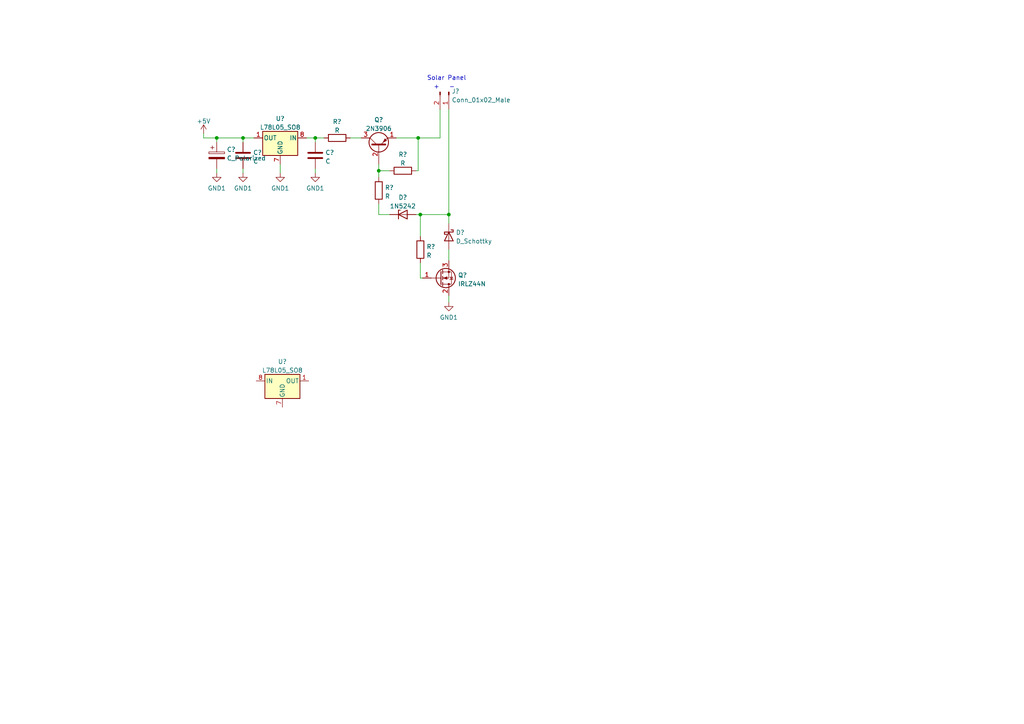
<source format=kicad_sch>
(kicad_sch (version 20211123) (generator eeschema)
  (paper "A4")
  (lib_symbols
    (symbol "Connector:Conn_01x02_Male" (pin_names (offset 1.016) hide)
      (property "Reference" "J" (at 0 2.54 0))
      (property "Value" "Conn_01x02_Male" (at 0 -5.08 0))
      (symbol "Conn_01x02_Male_1_1"
        (polyline (pts (xy 1.27 -2.54) (xy 0.8636 -2.54)) (stroke (width 0.1524)))
        (polyline (pts (xy 1.27 0) (xy 0.8636 0)) (stroke (width 0.1524)))
        (rectangle (start 0.8636 -2.413) (end 0 -2.667) (stroke (width 0.1524)) (fill (type outline)))
        (rectangle (start 0.8636 0.127) (end 0 -0.127) (stroke (width 0.1524)) (fill (type outline)))
        (pin passive line (at 5.08 0 180) (length 3.81) (name "Pin_1") (number "1"))
        (pin passive line (at 5.08 -2.54 180) (length 3.81) (name "Pin_2") (number "2"))
      )
    )
    (symbol "Device:C" (pin_numbers hide) (pin_names (offset 0.254))
      (property "Reference" "C" (at 0.635 2.54 0))
      (property "Value" "C" (at 0.635 -2.54 0))
      (symbol "C_0_1"
        (polyline (pts (xy -2.032 -0.762) (xy 2.032 -0.762)) (stroke (width 0.508)))
        (polyline (pts (xy -2.032 0.762) (xy 2.032 0.762)) (stroke (width 0.508)))
      )
      (symbol "C_1_1"
        (pin passive line (at 0 3.81 270) (length 2.794) (name "~") (number "1"))
        (pin passive line (at 0 -3.81 90) (length 2.794) (name "~") (number "2"))
      )
    )
    (symbol "Device:C_Polarized" (pin_numbers hide) (pin_names (offset 0.254))
      (property "Reference" "C" (at 0.635 2.54 0))
      (property "Value" "C_Polarized" (at 0.635 -2.54 0))
      (symbol "C_Polarized_0_1"
        (rectangle (start -2.286 0.508) (end 2.286 1.016))
        (polyline (pts (xy -1.778 2.286) (xy -0.762 2.286)))
        (polyline (pts (xy -1.27 2.794) (xy -1.27 1.778)))
        (rectangle (start 2.286 -0.508) (end -2.286 -1.016) (fill (type outline)))
      )
      (symbol "C_Polarized_1_1"
        (pin passive line (at 0 3.81 270) (length 2.794) (name "~") (number "1"))
        (pin passive line (at 0 -3.81 90) (length 2.794) (name "~") (number "2"))
      )
    )
    (symbol "Device:D_Schottky" (pin_numbers hide) (pin_names (offset 1.016) hide)
      (property "Reference" "D" (at 0 2.54 0))
      (property "Value" "D_Schottky" (at 0 -2.54 0))
      (symbol "D_Schottky_0_1"
        (polyline (pts (xy 1.27 0) (xy -1.27 0)))
        (polyline (pts (xy 1.27 1.27) (xy 1.27 -1.27) (xy -1.27 0) (xy 1.27 1.27)) (stroke (width 0.254)))
        (polyline (pts (xy -1.905 0.635) (xy -1.905 1.27) (xy -1.27 1.27) (xy -1.27 -1.27) (xy -0.635 -1.27) (xy -0.635 -0.635)) (stroke (width 0.254)))
      )
      (symbol "D_Schottky_1_1"
        (pin passive line (at -3.81 0 0) (length 2.54) (name "K") (number "1"))
        (pin passive line (at 3.81 0 180) (length 2.54) (name "A") (number "2"))
      )
    )
    (symbol "Device:D_Zener" (pin_numbers hide) (pin_names (offset 1.016) hide)
      (property "Reference" "D" (at 0 2.54 0))
      (property "Value" "D_Zener" (at 0 -2.54 0))
      (symbol "D_Zener_0_1"
        (polyline (pts (xy 1.27 0) (xy -1.27 0)))
        (polyline (pts (xy -1.27 -1.27) (xy -1.27 1.27) (xy -0.762 1.27)) (stroke (width 0.254)))
        (polyline (pts (xy 1.27 -1.27) (xy 1.27 1.27) (xy -1.27 0) (xy 1.27 -1.27)) (stroke (width 0.254)))
      )
      (symbol "D_Zener_1_1"
        (pin passive line (at -3.81 0 0) (length 2.54) (name "K") (number "1"))
        (pin passive line (at 3.81 0 180) (length 2.54) (name "A") (number "2"))
      )
    )
    (symbol "Device:R" (pin_numbers hide) (pin_names (offset 0))
      (property "Reference" "R" (at 2.032 0 90))
      (property "Value" "R" (at 0 0 90))
      (symbol "R_0_1"
        (rectangle (start -1.016 -2.54) (end 1.016 2.54) (stroke (width 0.254)))
      )
      (symbol "R_1_1"
        (pin passive line (at 0 3.81 270) (length 1.27) (name "~") (number "1"))
        (pin passive line (at 0 -3.81 90) (length 1.27) (name "~") (number "2"))
      )
    )
    (symbol "Regulator_Linear:L78L05_SO8" (pin_names (offset 0.254))
      (property "Reference" "U" (at -3.81 3.175 0))
      (property "Value" "L78L05_SO8" (at 0 3.175 0))
      (symbol "L78L05_SO8_0_1"
        (rectangle (start -5.08 1.905) (end 5.08 -5.08) (stroke (width 0.254)) (fill (type background)))
      )
      (symbol "L78L05_SO8_1_1"
        (pin power_out line (at 7.62 0 180) (length 2.54) (name "OUT") (number "1"))
        (pin passive line (at 0 -7.62 90) (length 2.54) hide (name "GND") (number "2"))
        (pin passive line (at 0 -7.62 90) (length 2.54) hide (name "GND") (number "3"))
        (pin no_connect line (at -5.08 -2.54 0) (length 2.54) hide (name "NC") (number "4"))
        (pin no_connect line (at 5.08 -2.54 180) (length 2.54) hide (name "NC") (number "5"))
        (pin passive line (at 0 -7.62 90) (length 2.54) hide (name "GND") (number "6"))
        (pin power_in line (at 0 -7.62 90) (length 2.54) (name "GND") (number "7"))
        (pin power_in line (at -7.62 0 0) (length 2.54) (name "IN") (number "8"))
      )
    )
    (symbol "Transistor_BJT:2N3906" (pin_names (offset 0) hide)
      (property "Reference" "Q" (at 5.08 1.905 0))
      (property "Value" "2N3906" (at 5.08 0 0))
      (symbol "2N3906_0_1"
        (polyline (pts (xy 0.635 0.635) (xy 2.54 2.54)))
        (polyline (pts (xy 0.635 -0.635) (xy 2.54 -2.54) (xy 2.54 -2.54)))
        (polyline (pts (xy 0.635 1.905) (xy 0.635 -1.905) (xy 0.635 -1.905)) (stroke (width 0.508)))
        (polyline (pts (xy 2.286 -1.778) (xy 1.778 -2.286) (xy 1.27 -1.27) (xy 2.286 -1.778) (xy 2.286 -1.778)) (fill (type outline)))
        (circle (center 1.27 0) (radius 2.8194) (stroke (width 0.254)))
      )
      (symbol "2N3906_1_1"
        (pin passive line (at 2.54 -5.08 90) (length 2.54) (name "E") (number "1"))
        (pin input line (at -5.08 0 0) (length 5.715) (name "B") (number "2"))
        (pin passive line (at 2.54 5.08 270) (length 2.54) (name "C") (number "3"))
      )
    )
    (symbol "Transistor_FET:IRLZ44N" (pin_names hide)
      (property "Reference" "Q" (at 6.35 1.905 0))
      (property "Value" "IRLZ44N" (at 6.35 0 0))
      (symbol "IRLZ44N_0_1"
        (polyline (pts (xy 0.254 0) (xy -2.54 0)))
        (polyline (pts (xy 0.254 1.905) (xy 0.254 -1.905)) (stroke (width 0.254)))
        (polyline (pts (xy 0.762 -1.27) (xy 0.762 -2.286)) (stroke (width 0.254)))
        (polyline (pts (xy 0.762 0.508) (xy 0.762 -0.508)) (stroke (width 0.254)))
        (polyline (pts (xy 0.762 2.286) (xy 0.762 1.27)) (stroke (width 0.254)))
        (polyline (pts (xy 2.54 2.54) (xy 2.54 1.778)))
        (polyline (pts (xy 2.54 -2.54) (xy 2.54 0) (xy 0.762 0)))
        (polyline (pts (xy 0.762 -1.778) (xy 3.302 -1.778) (xy 3.302 1.778) (xy 0.762 1.778)))
        (polyline (pts (xy 1.016 0) (xy 2.032 0.381) (xy 2.032 -0.381) (xy 1.016 0)) (fill (type outline)))
        (polyline (pts (xy 2.794 0.508) (xy 2.921 0.381) (xy 3.683 0.381) (xy 3.81 0.254)))
        (polyline (pts (xy 3.302 0.381) (xy 2.921 -0.254) (xy 3.683 -0.254) (xy 3.302 0.381)))
        (circle (center 1.651 0) (radius 2.794) (stroke (width 0.254)))
        (circle (center 2.54 -1.778) (radius 0.254) (fill (type outline)))
        (circle (center 2.54 1.778) (radius 0.254) (fill (type outline)))
      )
      (symbol "IRLZ44N_1_1"
        (pin input line (at -5.08 0 0) (length 2.54) (name "G") (number "1"))
        (pin passive line (at 2.54 5.08 270) (length 2.54) (name "D") (number "2"))
        (pin passive line (at 2.54 -5.08 90) (length 2.54) (name "S") (number "3"))
      )
    )
    (symbol "power:+5V" (power) (pin_names (offset 0))
      (property "Value" "+5V" (at 0 3.556 0))
      (symbol "+5V_0_1"
        (polyline (pts (xy -0.762 1.27) (xy 0 2.54)))
        (polyline (pts (xy 0 0) (xy 0 2.54)))
        (polyline (pts (xy 0 2.54) (xy 0.762 1.27)))
      )
      (symbol "+5V_1_1"
        (pin power_in line (at 0 0 90) (length 0) hide (name "+5V") (number "1"))
      )
    )
    (symbol "power:GND1" (power) (pin_names (offset 0))
      (property "Value" "GND1" (at 0 -3.81 0))
      (symbol "GND1_0_1"
        (polyline (pts (xy 0 0) (xy 0 -1.27) (xy 1.27 -1.27) (xy 0 -2.54) (xy -1.27 -1.27) (xy 0 -1.27)))
      )
      (symbol "GND1_1_1"
        (pin power_in line (at 0 0 270) (length 0) hide (name "GND1") (number "1"))
      )
    )
  )
  (junction (at 70.485 40.005))
  (junction (at 91.44 40.005))
  (junction (at 62.865 40.005))
  (junction (at 121.92 62.23))
  (junction (at 121.285 40.005))
  (junction (at 109.855 49.53))
  (junction (at 130.175 62.23))
  (wire (pts (xy 59.055 40.005) (xy 62.865 40.005)))
  (wire (pts (xy 130.175 62.23) (xy 130.175 64.77)))
  (wire (pts (xy 88.9 40.005) (xy 91.44 40.005)))
  (wire (pts (xy 70.485 48.895) (xy 70.485 50.165)))
  (wire (pts (xy 130.175 85.725) (xy 130.175 87.63)))
  (wire (pts (xy 91.44 40.005) (xy 91.44 41.275)))
  (wire (pts (xy 91.44 48.895) (xy 91.44 50.165)))
  (wire (pts (xy 121.285 49.53) (xy 121.285 40.005)))
  (wire (pts (xy 109.855 47.625) (xy 109.855 49.53)))
  (wire (pts (xy 109.855 62.23) (xy 113.03 62.23)))
  (wire (pts (xy 81.28 47.625) (xy 81.28 50.165)))
  (wire (pts (xy 121.92 62.23) (xy 121.92 68.58)))
  (wire (pts (xy 121.92 62.23) (xy 130.175 62.23)))
  (wire (pts (xy 62.865 40.005) (xy 62.865 41.275)))
  (wire (pts (xy 121.92 80.645) (xy 122.555 80.645)))
  (wire (pts (xy 62.865 40.005) (xy 70.485 40.005)))
  (wire (pts (xy 109.855 59.055) (xy 109.855 62.23)))
  (wire (pts (xy 121.285 40.005) (xy 114.935 40.005)))
  (wire (pts (xy 127.635 31.75) (xy 127.635 40.005)))
  (wire (pts (xy 121.285 40.005) (xy 127.635 40.005)))
  (wire (pts (xy 59.055 38.735) (xy 59.055 40.005)))
  (wire (pts (xy 120.65 62.23) (xy 121.92 62.23)))
  (wire (pts (xy 91.44 40.005) (xy 93.98 40.005)))
  (wire (pts (xy 120.65 49.53) (xy 121.285 49.53)))
  (wire (pts (xy 70.485 40.005) (xy 70.485 41.275)))
  (wire (pts (xy 109.855 49.53) (xy 109.855 51.435)))
  (wire (pts (xy 130.175 72.39) (xy 130.175 75.565)))
  (wire (pts (xy 109.855 49.53) (xy 113.03 49.53)))
  (wire (pts (xy 62.865 48.895) (xy 62.865 50.165)))
  (wire (pts (xy 70.485 40.005) (xy 73.66 40.005)))
  (wire (pts (xy 101.6 40.005) (xy 104.775 40.005)))
  (wire (pts (xy 130.175 31.75) (xy 130.175 62.23)))
  (wire (pts (xy 121.92 76.2) (xy 121.92 80.645)))
  (text "+   -" (at 125.73 26.035 0) (effects (font (size 1.27 1.27)) (justify left bottom)))
  (text "Solar Panel" (at 123.825 23.495 0) (effects (font (size 1.27 1.27)) (justify left bottom)))
  (symbol (lib_id "Transistor_BJT:2N3906") (at 109.855 42.545 90) (unit 1)
    (property "Reference" "Q?" (at 109.855 34.7558 90))
    (property "Value" "2N3906" (at 109.855 37.2927 90))
    (property "Footprint" "Package_TO_SOT_THT:TO-92_Inline" (effects hide))
    (property "Datasheet" "https://www.onsemi.com/pub/Collateral/2N3906-D.PDF" (effects hide))
  )
  (symbol (lib_id "Device:D_Schottky") (at 130.175 68.58 270) (unit 1)
    (property "Reference" "D?" (at 132.207 67.4278 90) (effects (justify left)))
    (property "Value" "D_Schottky" (at 132.207 69.9647 90) (effects (justify left)))
  )
  (symbol (lib_id "power:GND1") (at 130.175 87.63 0) (unit 1)
    (property "Reference" "#PWR?" (effects hide))
    (property "Value" "GND1" (at 130.175 92.0734 0))
  )
  (symbol (lib_id "power:GND1") (at 91.44 50.165 0) (unit 1)
    (property "Reference" "#PWR?" (effects hide))
    (property "Value" "GND1" (at 91.44 54.6084 0))
  )
  (symbol (lib_id "Regulator_Linear:L78L05_SO8") (at 81.915 110.49 0) (unit 1)
    (property "Reference" "U?" (at 81.915 104.8852 0))
    (property "Value" "L78L05_SO8" (at 81.915 107.4221 0))
    (property "Footprint" "Package_SO:SOIC-8_3.9x4.9mm_P1.27mm" (effects hide))
    (property "Datasheet" "http://www.st.com/content/ccc/resource/technical/document/datasheet/15/55/e5/aa/23/5b/43/fd/CD00000446.pdf/files/CD00000446.pdf/jcr:content/translations/en.CD00000446.pdf" (effects hide))
  )
  (symbol (lib_id "Transistor_FET:IRLZ44N") (at 127.635 80.645 0) (mirror x) (unit 1)
    (property "Reference" "Q?" (at 132.842 79.8103 0) (effects (justify left)))
    (property "Value" "IRLZ44N" (at 132.842 82.3472 0) (effects (justify left)))
    (property "Footprint" "Package_TO_SOT_THT:TO-220-3_Vertical" (effects hide))
    (property "Datasheet" "http://www.irf.com/product-info/datasheets/data/irlz44n.pdf" (effects hide))
  )
  (symbol (lib_id "Device:C") (at 91.44 45.085 0) (unit 1)
    (property "Reference" "C?" (at 94.361 44.2503 0) (effects (justify left)))
    (property "Value" "C" (at 94.361 46.7872 0) (effects (justify left)))
  )
  (symbol (lib_id "power:+5V") (at 59.055 38.735 0) (unit 1)
    (property "Reference" "#PWR?" (effects hide))
    (property "Value" "+5V" (at 59.055 35.1592 0))
  )
  (symbol (lib_id "power:GND1") (at 62.865 50.165 0) (unit 1)
    (property "Reference" "#PWR?" (effects hide))
    (property "Value" "GND1" (at 62.865 54.6084 0))
  )
  (symbol (lib_id "Connector:Conn_01x02_Male") (at 130.175 26.67 270) (unit 1)
    (property "Reference" "J?" (at 131.0132 26.4703 90) (effects (justify left)))
    (property "Value" "Conn_01x02_Male" (at 131.0132 29.0072 90) (effects (justify left)))
  )
  (symbol (lib_id "Regulator_Linear:L78L05_SO8") (at 81.28 40.005 0) (mirror y) (unit 1)
    (property "Reference" "U?" (at 81.28 34.4002 0))
    (property "Value" "L78L05_SO8" (at 81.28 36.9371 0))
    (property "Footprint" "Package_SO:SOIC-8_3.9x4.9mm_P1.27mm" (effects hide))
    (property "Datasheet" "http://www.st.com/content/ccc/resource/technical/document/datasheet/15/55/e5/aa/23/5b/43/fd/CD00000446.pdf/files/CD00000446.pdf/jcr:content/translations/en.CD00000446.pdf" (effects hide))
  )
  (symbol (lib_id "Device:R") (at 121.92 72.39 0) (unit 1)
    (property "Reference" "R?" (at 123.698 71.5553 0) (effects (justify left)))
    (property "Value" "R" (at 123.698 74.0922 0) (effects (justify left)))
  )
  (symbol (lib_id "Device:R") (at 97.79 40.005 90) (unit 1)
    (property "Reference" "R?" (at 97.79 35.2892 90))
    (property "Value" "R" (at 97.79 37.8261 90))
  )
  (symbol (lib_id "Device:C_Polarized") (at 62.865 45.085 0) (unit 1)
    (property "Reference" "C?" (at 65.786 43.3613 0) (effects (justify left)))
    (property "Value" "C_Polarized" (at 65.786 45.8982 0) (effects (justify left)))
  )
  (symbol (lib_id "Device:R") (at 116.84 49.53 90) (unit 1)
    (property "Reference" "R?" (at 116.84 44.8142 90))
    (property "Value" "R" (at 116.84 47.3511 90))
  )
  (symbol (lib_id "Device:C") (at 70.485 45.085 0) (unit 1)
    (property "Reference" "C?" (at 73.406 44.2503 0) (effects (justify left)))
    (property "Value" "C" (at 73.406 46.7872 0) (effects (justify left)))
  )
  (symbol (lib_id "Device:R") (at 109.855 55.245 0) (unit 1)
    (property "Reference" "R?" (at 111.633 54.4103 0) (effects (justify left)))
    (property "Value" "R" (at 111.633 56.9472 0) (effects (justify left)))
  )
  (symbol (lib_id "power:GND1") (at 70.485 50.165 0) (unit 1)
    (property "Reference" "#PWR?" (effects hide))
    (property "Value" "GND1" (at 70.485 54.6084 0))
  )
  (symbol (lib_id "Device:D_Zener") (at 116.84 62.23 0) (unit 1)
    (property "Reference" "D?" (at 116.84 57.2602 0))
    (property "Value" "1N5242" (at 116.84 59.7971 0))
  )
  (symbol (lib_id "power:GND1") (at 81.28 50.165 0) (unit 1)
    (property "Reference" "#PWR?" (effects hide))
    (property "Value" "GND1" (at 81.28 54.6084 0))
  )
)
</source>
